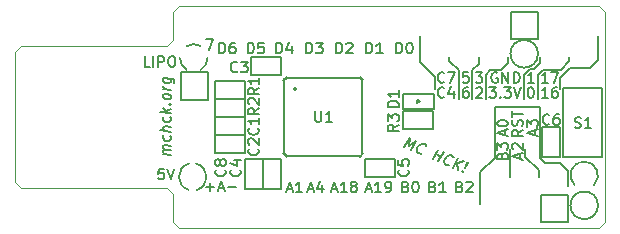
<source format=gto>
G04 (created by PCBNEW (2013-07-14 BZR 4242)-stable) date Sun 28 Jul 2013 02:20:03 PM CEST*
%MOIN*%
G04 Gerber Fmt 3.4, Leading zero omitted, Abs format*
%FSLAX34Y34*%
G01*
G70*
G90*
G04 APERTURE LIST*
%ADD10C,0.005906*%
%ADD11C,0.005900*%
%ADD12C,0.003900*%
%ADD13C,0.003921*%
%ADD14C,0.008000*%
%ADD15C,0.007800*%
%ADD16C,0.081800*%
%ADD17C,0.134200*%
%ADD18R,0.303000X0.066800*%
%ADD19R,0.263700X0.047100*%
%ADD20R,0.032800X0.052800*%
%ADD21R,0.052800X0.032800*%
%ADD22R,0.039200X0.039200*%
%ADD23R,0.066800X0.017600*%
%ADD24R,0.017600X0.066800*%
%ADD25R,0.051107X0.070792*%
G04 APERTURE END LIST*
G54D10*
G54D11*
X27520Y-19660D02*
X27520Y-21380D01*
X26020Y-19660D02*
X27520Y-19660D01*
X26020Y-21360D02*
X26020Y-19660D01*
G54D12*
X15300Y-17430D02*
X15300Y-16500D01*
X15300Y-22574D02*
X15300Y-23500D01*
X29500Y-23700D02*
X15500Y-23700D01*
X29700Y-16500D02*
X29700Y-23500D01*
X15500Y-16300D02*
X29500Y-16300D01*
X10239Y-17630D02*
X15100Y-17630D01*
X10239Y-22374D02*
X15100Y-22374D01*
X10039Y-17830D02*
X10039Y-22174D01*
G54D13*
X10239Y-22374D02*
X10039Y-22174D01*
X15300Y-22574D02*
X15100Y-22374D01*
X15500Y-23700D02*
X15300Y-23500D01*
X29700Y-23500D02*
X29500Y-23700D01*
X29500Y-16300D02*
X29700Y-16500D01*
X15300Y-16500D02*
X15500Y-16300D01*
X15100Y-17630D02*
X15300Y-17430D01*
G54D12*
X10239Y-17630D02*
X10039Y-17830D01*
G54D11*
X27520Y-21380D02*
X27680Y-21540D01*
X27450Y-18600D02*
X27450Y-19400D01*
X27625Y-18425D02*
X27450Y-18600D01*
X28225Y-18425D02*
X27625Y-18425D01*
X28500Y-18150D02*
X28225Y-18425D01*
X28500Y-18000D02*
X28500Y-18150D01*
X27000Y-18600D02*
X27000Y-19400D01*
X27525Y-18200D02*
X27525Y-18000D01*
X27325Y-18400D02*
X27525Y-18200D01*
X27200Y-18400D02*
X27325Y-18400D01*
X27000Y-18600D02*
X27200Y-18400D01*
X27000Y-18600D02*
X27175Y-18425D01*
X25725Y-18600D02*
X25725Y-19400D01*
X25875Y-18450D02*
X25725Y-18600D01*
X26225Y-18450D02*
X25875Y-18450D01*
X26475Y-18200D02*
X26225Y-18450D01*
X26475Y-18000D02*
X26475Y-18200D01*
X25500Y-18225D02*
X25500Y-18000D01*
X25275Y-18450D02*
X25500Y-18225D01*
X24500Y-18125D02*
X24500Y-18000D01*
X24825Y-18450D02*
X24500Y-18125D01*
X26540Y-21080D02*
X26540Y-22000D01*
X27040Y-21340D02*
X27040Y-21080D01*
X27480Y-21780D02*
X27480Y-22000D01*
X27040Y-21340D02*
X27480Y-21780D01*
X16394Y-22350D02*
X16664Y-22350D01*
X16529Y-22485D02*
X16529Y-22215D01*
X16815Y-22384D02*
X16984Y-22384D01*
X16782Y-22485D02*
X16900Y-22131D01*
X17018Y-22485D01*
X17136Y-22350D02*
X17405Y-22350D01*
X25540Y-21840D02*
X25540Y-22900D01*
X26020Y-21360D02*
X25540Y-21840D01*
X28460Y-21820D02*
X28460Y-22320D01*
X28180Y-21540D02*
X28460Y-21820D01*
X27680Y-21540D02*
X28180Y-21540D01*
X29460Y-18100D02*
X29460Y-17320D01*
X29180Y-18380D02*
X29460Y-18100D01*
X28520Y-18380D02*
X29180Y-18380D01*
X28200Y-18700D02*
X28520Y-18380D01*
X28200Y-19080D02*
X28200Y-18700D01*
X23540Y-18180D02*
X23540Y-17320D01*
X24040Y-18680D02*
X23540Y-18180D01*
X24040Y-19080D02*
X24040Y-18680D01*
X24825Y-18450D02*
X24825Y-19400D01*
X25275Y-18450D02*
X25275Y-19400D01*
X27326Y-18860D02*
X27123Y-18860D01*
X27225Y-18860D02*
X27225Y-18506D01*
X27191Y-18556D01*
X27157Y-18590D01*
X27123Y-18607D01*
X27782Y-18860D02*
X27580Y-18860D01*
X27681Y-18860D02*
X27681Y-18506D01*
X27647Y-18556D01*
X27614Y-18590D01*
X27580Y-18607D01*
X27900Y-18506D02*
X28136Y-18506D01*
X27984Y-18860D01*
X27460Y-17900D02*
G75*
G03X27460Y-17900I-460J0D01*
G74*
G01*
X25398Y-19039D02*
X25415Y-19023D01*
X25449Y-19006D01*
X25533Y-19006D01*
X25567Y-19023D01*
X25584Y-19039D01*
X25601Y-19073D01*
X25601Y-19107D01*
X25584Y-19157D01*
X25382Y-19360D01*
X25601Y-19360D01*
X25382Y-18506D02*
X25601Y-18506D01*
X25483Y-18641D01*
X25533Y-18641D01*
X25567Y-18657D01*
X25584Y-18674D01*
X25601Y-18708D01*
X25601Y-18792D01*
X25584Y-18826D01*
X25567Y-18843D01*
X25533Y-18860D01*
X25432Y-18860D01*
X25398Y-18843D01*
X25382Y-18826D01*
X25827Y-19006D02*
X26046Y-19006D01*
X25928Y-19141D01*
X25979Y-19141D01*
X26012Y-19157D01*
X26029Y-19174D01*
X26046Y-19208D01*
X26046Y-19292D01*
X26029Y-19326D01*
X26012Y-19343D01*
X25979Y-19360D01*
X25878Y-19360D01*
X25844Y-19343D01*
X25827Y-19326D01*
X26198Y-19326D02*
X26215Y-19343D01*
X26198Y-19360D01*
X26181Y-19343D01*
X26198Y-19326D01*
X26198Y-19360D01*
X26333Y-19006D02*
X26552Y-19006D01*
X26434Y-19141D01*
X26484Y-19141D01*
X26518Y-19157D01*
X26535Y-19174D01*
X26552Y-19208D01*
X26552Y-19292D01*
X26535Y-19326D01*
X26518Y-19343D01*
X26484Y-19360D01*
X26383Y-19360D01*
X26350Y-19343D01*
X26333Y-19326D01*
X26653Y-19006D02*
X26771Y-19360D01*
X26889Y-19006D01*
X26105Y-18523D02*
X26071Y-18506D01*
X26021Y-18506D01*
X25970Y-18523D01*
X25936Y-18556D01*
X25919Y-18590D01*
X25903Y-18657D01*
X25903Y-18708D01*
X25919Y-18775D01*
X25936Y-18809D01*
X25970Y-18843D01*
X26021Y-18860D01*
X26054Y-18860D01*
X26105Y-18843D01*
X26122Y-18826D01*
X26122Y-18708D01*
X26054Y-18708D01*
X26273Y-18860D02*
X26273Y-18506D01*
X26476Y-18860D01*
X26476Y-18506D01*
X26644Y-18860D02*
X26644Y-18506D01*
X26729Y-18506D01*
X26779Y-18523D01*
X26813Y-18556D01*
X26830Y-18590D01*
X26847Y-18657D01*
X26847Y-18708D01*
X26830Y-18775D01*
X26813Y-18809D01*
X26779Y-18843D01*
X26729Y-18860D01*
X26644Y-18860D01*
X26859Y-21392D02*
X26859Y-21224D01*
X26960Y-21426D02*
X26606Y-21308D01*
X26960Y-21190D01*
X26639Y-21089D02*
X26623Y-21072D01*
X26606Y-21038D01*
X26606Y-20954D01*
X26623Y-20920D01*
X26639Y-20903D01*
X26673Y-20886D01*
X26707Y-20886D01*
X26757Y-20903D01*
X26960Y-21106D01*
X26960Y-20886D01*
X27359Y-20612D02*
X27359Y-20444D01*
X27460Y-20646D02*
X27106Y-20528D01*
X27460Y-20410D01*
X27106Y-20326D02*
X27106Y-20106D01*
X27241Y-20224D01*
X27241Y-20174D01*
X27257Y-20140D01*
X27274Y-20123D01*
X27308Y-20106D01*
X27392Y-20106D01*
X27426Y-20123D01*
X27443Y-20140D01*
X27460Y-20174D01*
X27460Y-20275D01*
X27443Y-20309D01*
X27426Y-20326D01*
X26359Y-20612D02*
X26359Y-20444D01*
X26460Y-20646D02*
X26106Y-20528D01*
X26460Y-20410D01*
X26106Y-20224D02*
X26106Y-20191D01*
X26123Y-20157D01*
X26139Y-20140D01*
X26173Y-20123D01*
X26241Y-20106D01*
X26325Y-20106D01*
X26392Y-20123D01*
X26426Y-20140D01*
X26443Y-20157D01*
X26460Y-20191D01*
X26460Y-20224D01*
X26443Y-20258D01*
X26426Y-20275D01*
X26392Y-20292D01*
X26325Y-20309D01*
X26241Y-20309D01*
X26173Y-20292D01*
X26139Y-20275D01*
X26123Y-20258D01*
X26106Y-20224D01*
X26960Y-20433D02*
X26791Y-20551D01*
X26960Y-20635D02*
X26606Y-20635D01*
X26606Y-20500D01*
X26623Y-20467D01*
X26639Y-20450D01*
X26673Y-20433D01*
X26724Y-20433D01*
X26757Y-20450D01*
X26774Y-20467D01*
X26791Y-20500D01*
X26791Y-20635D01*
X26943Y-20298D02*
X26960Y-20248D01*
X26960Y-20163D01*
X26943Y-20130D01*
X26926Y-20113D01*
X26892Y-20096D01*
X26859Y-20096D01*
X26825Y-20113D01*
X26808Y-20130D01*
X26791Y-20163D01*
X26774Y-20231D01*
X26757Y-20264D01*
X26741Y-20281D01*
X26707Y-20298D01*
X26673Y-20298D01*
X26639Y-20281D01*
X26623Y-20264D01*
X26606Y-20231D01*
X26606Y-20146D01*
X26623Y-20096D01*
X26606Y-19995D02*
X26606Y-19792D01*
X26960Y-19894D02*
X26606Y-19894D01*
X27208Y-19006D02*
X27241Y-19006D01*
X27275Y-19023D01*
X27292Y-19039D01*
X27309Y-19073D01*
X27326Y-19141D01*
X27326Y-19225D01*
X27309Y-19292D01*
X27292Y-19326D01*
X27275Y-19343D01*
X27241Y-19360D01*
X27208Y-19360D01*
X27174Y-19343D01*
X27157Y-19326D01*
X27140Y-19292D01*
X27123Y-19225D01*
X27123Y-19141D01*
X27140Y-19073D01*
X27157Y-19039D01*
X27174Y-19023D01*
X27208Y-19006D01*
X14982Y-21731D02*
X14814Y-21731D01*
X14797Y-21899D01*
X14814Y-21882D01*
X14847Y-21866D01*
X14932Y-21866D01*
X14965Y-21882D01*
X14982Y-21899D01*
X14999Y-21933D01*
X14999Y-22017D01*
X14982Y-22051D01*
X14965Y-22068D01*
X14932Y-22085D01*
X14847Y-22085D01*
X14814Y-22068D01*
X14797Y-22051D01*
X15100Y-21731D02*
X15218Y-22085D01*
X15336Y-21731D01*
X14512Y-18335D02*
X14344Y-18335D01*
X14344Y-17981D01*
X14630Y-18335D02*
X14630Y-17981D01*
X14799Y-18335D02*
X14799Y-17981D01*
X14934Y-17981D01*
X14968Y-17998D01*
X14984Y-18014D01*
X15001Y-18048D01*
X15001Y-18099D01*
X14984Y-18132D01*
X14968Y-18149D01*
X14934Y-18166D01*
X14799Y-18166D01*
X15220Y-17981D02*
X15288Y-17981D01*
X15322Y-17998D01*
X15355Y-18031D01*
X15372Y-18099D01*
X15372Y-18217D01*
X15355Y-18284D01*
X15322Y-18318D01*
X15288Y-18335D01*
X15220Y-18335D01*
X15187Y-18318D01*
X15153Y-18284D01*
X15136Y-18217D01*
X15136Y-18099D01*
X15153Y-18031D01*
X15187Y-17998D01*
X15220Y-17981D01*
X27782Y-19360D02*
X27580Y-19360D01*
X27681Y-19360D02*
X27681Y-19006D01*
X27647Y-19056D01*
X27614Y-19090D01*
X27580Y-19107D01*
X28086Y-19006D02*
X28018Y-19006D01*
X27984Y-19023D01*
X27968Y-19039D01*
X27934Y-19090D01*
X27917Y-19157D01*
X27917Y-19292D01*
X27934Y-19326D01*
X27951Y-19343D01*
X27984Y-19360D01*
X28052Y-19360D01*
X28086Y-19343D01*
X28102Y-19326D01*
X28119Y-19292D01*
X28119Y-19208D01*
X28102Y-19174D01*
X28086Y-19157D01*
X28052Y-19141D01*
X27984Y-19141D01*
X27951Y-19157D01*
X27934Y-19174D01*
X27917Y-19208D01*
X26274Y-21297D02*
X26291Y-21247D01*
X26308Y-21230D01*
X26342Y-21213D01*
X26392Y-21213D01*
X26426Y-21230D01*
X26443Y-21247D01*
X26460Y-21280D01*
X26460Y-21415D01*
X26106Y-21415D01*
X26106Y-21297D01*
X26123Y-21264D01*
X26139Y-21247D01*
X26173Y-21230D01*
X26207Y-21230D01*
X26241Y-21247D01*
X26257Y-21264D01*
X26274Y-21297D01*
X26274Y-21415D01*
X26106Y-21095D02*
X26106Y-20876D01*
X26241Y-20994D01*
X26241Y-20943D01*
X26257Y-20910D01*
X26274Y-20893D01*
X26308Y-20876D01*
X26392Y-20876D01*
X26426Y-20893D01*
X26443Y-20910D01*
X26460Y-20943D01*
X26460Y-21044D01*
X26443Y-21078D01*
X26426Y-21095D01*
X24856Y-22324D02*
X24907Y-22341D01*
X24924Y-22358D01*
X24941Y-22392D01*
X24941Y-22442D01*
X24924Y-22476D01*
X24907Y-22493D01*
X24873Y-22510D01*
X24738Y-22510D01*
X24738Y-22156D01*
X24856Y-22156D01*
X24890Y-22173D01*
X24907Y-22189D01*
X24924Y-22223D01*
X24924Y-22257D01*
X24907Y-22291D01*
X24890Y-22307D01*
X24856Y-22324D01*
X24738Y-22324D01*
X25075Y-22189D02*
X25092Y-22173D01*
X25126Y-22156D01*
X25210Y-22156D01*
X25244Y-22173D01*
X25261Y-22189D01*
X25278Y-22223D01*
X25278Y-22257D01*
X25261Y-22307D01*
X25059Y-22510D01*
X25278Y-22510D01*
X23956Y-22324D02*
X24007Y-22341D01*
X24024Y-22358D01*
X24041Y-22392D01*
X24041Y-22442D01*
X24024Y-22476D01*
X24007Y-22493D01*
X23973Y-22510D01*
X23838Y-22510D01*
X23838Y-22156D01*
X23956Y-22156D01*
X23990Y-22173D01*
X24007Y-22189D01*
X24024Y-22223D01*
X24024Y-22257D01*
X24007Y-22291D01*
X23990Y-22307D01*
X23956Y-22324D01*
X23838Y-22324D01*
X24378Y-22510D02*
X24175Y-22510D01*
X24277Y-22510D02*
X24277Y-22156D01*
X24243Y-22206D01*
X24209Y-22240D01*
X24175Y-22257D01*
X23056Y-22324D02*
X23107Y-22341D01*
X23124Y-22358D01*
X23141Y-22392D01*
X23141Y-22442D01*
X23124Y-22476D01*
X23107Y-22493D01*
X23073Y-22510D01*
X22938Y-22510D01*
X22938Y-22156D01*
X23056Y-22156D01*
X23090Y-22173D01*
X23107Y-22189D01*
X23124Y-22223D01*
X23124Y-22257D01*
X23107Y-22291D01*
X23090Y-22307D01*
X23056Y-22324D01*
X22938Y-22324D01*
X23360Y-22156D02*
X23393Y-22156D01*
X23427Y-22173D01*
X23444Y-22189D01*
X23461Y-22223D01*
X23478Y-22291D01*
X23478Y-22375D01*
X23461Y-22442D01*
X23444Y-22476D01*
X23427Y-22493D01*
X23393Y-22510D01*
X23360Y-22510D01*
X23326Y-22493D01*
X23309Y-22476D01*
X23292Y-22442D01*
X23275Y-22375D01*
X23275Y-22291D01*
X23292Y-22223D01*
X23309Y-22189D01*
X23326Y-22173D01*
X23360Y-22156D01*
X21728Y-22409D02*
X21897Y-22409D01*
X21694Y-22510D02*
X21812Y-22156D01*
X21930Y-22510D01*
X22234Y-22510D02*
X22032Y-22510D01*
X22133Y-22510D02*
X22133Y-22156D01*
X22099Y-22206D01*
X22065Y-22240D01*
X22032Y-22257D01*
X22402Y-22510D02*
X22470Y-22510D01*
X22504Y-22493D01*
X22520Y-22476D01*
X22554Y-22425D01*
X22571Y-22358D01*
X22571Y-22223D01*
X22554Y-22189D01*
X22537Y-22173D01*
X22504Y-22156D01*
X22436Y-22156D01*
X22402Y-22173D01*
X22386Y-22189D01*
X22369Y-22223D01*
X22369Y-22307D01*
X22386Y-22341D01*
X22402Y-22358D01*
X22436Y-22375D01*
X22504Y-22375D01*
X22537Y-22358D01*
X22554Y-22341D01*
X22571Y-22307D01*
X20578Y-22409D02*
X20747Y-22409D01*
X20544Y-22510D02*
X20662Y-22156D01*
X20780Y-22510D01*
X21084Y-22510D02*
X20882Y-22510D01*
X20983Y-22510D02*
X20983Y-22156D01*
X20949Y-22206D01*
X20915Y-22240D01*
X20882Y-22257D01*
X21286Y-22307D02*
X21252Y-22291D01*
X21236Y-22274D01*
X21219Y-22240D01*
X21219Y-22223D01*
X21236Y-22189D01*
X21252Y-22173D01*
X21286Y-22156D01*
X21354Y-22156D01*
X21387Y-22173D01*
X21404Y-22189D01*
X21421Y-22223D01*
X21421Y-22240D01*
X21404Y-22274D01*
X21387Y-22291D01*
X21354Y-22307D01*
X21286Y-22307D01*
X21252Y-22324D01*
X21236Y-22341D01*
X21219Y-22375D01*
X21219Y-22442D01*
X21236Y-22476D01*
X21252Y-22493D01*
X21286Y-22510D01*
X21354Y-22510D01*
X21387Y-22493D01*
X21404Y-22476D01*
X21421Y-22442D01*
X21421Y-22375D01*
X21404Y-22341D01*
X21387Y-22324D01*
X21354Y-22307D01*
X19797Y-22409D02*
X19965Y-22409D01*
X19763Y-22510D02*
X19881Y-22156D01*
X19999Y-22510D01*
X20269Y-22274D02*
X20269Y-22510D01*
X20184Y-22139D02*
X20100Y-22392D01*
X20319Y-22392D01*
X19097Y-22409D02*
X19265Y-22409D01*
X19063Y-22510D02*
X19181Y-22156D01*
X19299Y-22510D01*
X19602Y-22510D02*
X19400Y-22510D01*
X19501Y-22510D02*
X19501Y-22156D01*
X19468Y-22206D01*
X19434Y-22240D01*
X19400Y-22257D01*
X24341Y-19326D02*
X24324Y-19343D01*
X24273Y-19360D01*
X24239Y-19360D01*
X24189Y-19343D01*
X24155Y-19309D01*
X24138Y-19275D01*
X24121Y-19208D01*
X24121Y-19157D01*
X24138Y-19090D01*
X24155Y-19056D01*
X24189Y-19023D01*
X24239Y-19006D01*
X24273Y-19006D01*
X24324Y-19023D01*
X24341Y-19039D01*
X24644Y-19124D02*
X24644Y-19360D01*
X24560Y-18989D02*
X24475Y-19242D01*
X24695Y-19242D01*
X25134Y-18506D02*
X24965Y-18506D01*
X24948Y-18674D01*
X24965Y-18657D01*
X24999Y-18641D01*
X25083Y-18641D01*
X25117Y-18657D01*
X25134Y-18674D01*
X25151Y-18708D01*
X25151Y-18792D01*
X25134Y-18826D01*
X25117Y-18843D01*
X25083Y-18860D01*
X24999Y-18860D01*
X24965Y-18843D01*
X24948Y-18826D01*
X25117Y-19006D02*
X25050Y-19006D01*
X25016Y-19023D01*
X24999Y-19039D01*
X24965Y-19090D01*
X24948Y-19157D01*
X24948Y-19292D01*
X24965Y-19326D01*
X24982Y-19343D01*
X25016Y-19360D01*
X25083Y-19360D01*
X25117Y-19343D01*
X25134Y-19326D01*
X25151Y-19292D01*
X25151Y-19208D01*
X25134Y-19174D01*
X25117Y-19157D01*
X25083Y-19141D01*
X25016Y-19141D01*
X24982Y-19157D01*
X24965Y-19174D01*
X24948Y-19208D01*
X24341Y-18826D02*
X24324Y-18843D01*
X24273Y-18860D01*
X24239Y-18860D01*
X24189Y-18843D01*
X24155Y-18809D01*
X24138Y-18775D01*
X24121Y-18708D01*
X24121Y-18657D01*
X24138Y-18590D01*
X24155Y-18556D01*
X24189Y-18523D01*
X24239Y-18506D01*
X24273Y-18506D01*
X24324Y-18523D01*
X24341Y-18539D01*
X24459Y-18506D02*
X24695Y-18506D01*
X24543Y-18860D01*
X22738Y-17885D02*
X22738Y-17531D01*
X22823Y-17531D01*
X22873Y-17548D01*
X22907Y-17581D01*
X22924Y-17615D01*
X22941Y-17682D01*
X22941Y-17733D01*
X22924Y-17800D01*
X22907Y-17834D01*
X22873Y-17868D01*
X22823Y-17885D01*
X22738Y-17885D01*
X23160Y-17531D02*
X23193Y-17531D01*
X23227Y-17548D01*
X23244Y-17564D01*
X23261Y-17598D01*
X23278Y-17666D01*
X23278Y-17750D01*
X23261Y-17817D01*
X23244Y-17851D01*
X23227Y-17868D01*
X23193Y-17885D01*
X23160Y-17885D01*
X23126Y-17868D01*
X23109Y-17851D01*
X23092Y-17817D01*
X23075Y-17750D01*
X23075Y-17666D01*
X23092Y-17598D01*
X23109Y-17564D01*
X23126Y-17548D01*
X23160Y-17531D01*
X21738Y-17885D02*
X21738Y-17531D01*
X21823Y-17531D01*
X21873Y-17548D01*
X21907Y-17581D01*
X21924Y-17615D01*
X21941Y-17682D01*
X21941Y-17733D01*
X21924Y-17800D01*
X21907Y-17834D01*
X21873Y-17868D01*
X21823Y-17885D01*
X21738Y-17885D01*
X22278Y-17885D02*
X22075Y-17885D01*
X22177Y-17885D02*
X22177Y-17531D01*
X22143Y-17581D01*
X22109Y-17615D01*
X22075Y-17632D01*
X20738Y-17885D02*
X20738Y-17531D01*
X20823Y-17531D01*
X20873Y-17548D01*
X20907Y-17581D01*
X20924Y-17615D01*
X20941Y-17682D01*
X20941Y-17733D01*
X20924Y-17800D01*
X20907Y-17834D01*
X20873Y-17868D01*
X20823Y-17885D01*
X20738Y-17885D01*
X21075Y-17564D02*
X21092Y-17548D01*
X21126Y-17531D01*
X21210Y-17531D01*
X21244Y-17548D01*
X21261Y-17564D01*
X21278Y-17598D01*
X21278Y-17632D01*
X21261Y-17682D01*
X21059Y-17885D01*
X21278Y-17885D01*
X19738Y-17885D02*
X19738Y-17531D01*
X19823Y-17531D01*
X19873Y-17548D01*
X19907Y-17581D01*
X19924Y-17615D01*
X19941Y-17682D01*
X19941Y-17733D01*
X19924Y-17800D01*
X19907Y-17834D01*
X19873Y-17868D01*
X19823Y-17885D01*
X19738Y-17885D01*
X20059Y-17531D02*
X20278Y-17531D01*
X20160Y-17666D01*
X20210Y-17666D01*
X20244Y-17682D01*
X20261Y-17699D01*
X20278Y-17733D01*
X20278Y-17817D01*
X20261Y-17851D01*
X20244Y-17868D01*
X20210Y-17885D01*
X20109Y-17885D01*
X20075Y-17868D01*
X20059Y-17851D01*
X18738Y-17885D02*
X18738Y-17531D01*
X18823Y-17531D01*
X18873Y-17548D01*
X18907Y-17581D01*
X18924Y-17615D01*
X18941Y-17682D01*
X18941Y-17733D01*
X18924Y-17800D01*
X18907Y-17834D01*
X18873Y-17868D01*
X18823Y-17885D01*
X18738Y-17885D01*
X19244Y-17649D02*
X19244Y-17885D01*
X19160Y-17514D02*
X19075Y-17767D01*
X19295Y-17767D01*
X17788Y-17885D02*
X17788Y-17531D01*
X17873Y-17531D01*
X17923Y-17548D01*
X17957Y-17581D01*
X17974Y-17615D01*
X17991Y-17682D01*
X17991Y-17733D01*
X17974Y-17800D01*
X17957Y-17834D01*
X17923Y-17868D01*
X17873Y-17885D01*
X17788Y-17885D01*
X18311Y-17531D02*
X18142Y-17531D01*
X18125Y-17699D01*
X18142Y-17682D01*
X18176Y-17666D01*
X18260Y-17666D01*
X18294Y-17682D01*
X18311Y-17699D01*
X18328Y-17733D01*
X18328Y-17817D01*
X18311Y-17851D01*
X18294Y-17868D01*
X18260Y-17885D01*
X18176Y-17885D01*
X18142Y-17868D01*
X18125Y-17851D01*
X16838Y-17885D02*
X16838Y-17531D01*
X16923Y-17531D01*
X16973Y-17548D01*
X17007Y-17581D01*
X17024Y-17615D01*
X17041Y-17682D01*
X17041Y-17733D01*
X17024Y-17800D01*
X17007Y-17834D01*
X16973Y-17868D01*
X16923Y-17885D01*
X16838Y-17885D01*
X17344Y-17531D02*
X17277Y-17531D01*
X17243Y-17548D01*
X17226Y-17564D01*
X17192Y-17615D01*
X17175Y-17682D01*
X17175Y-17817D01*
X17192Y-17851D01*
X17209Y-17868D01*
X17243Y-17885D01*
X17310Y-17885D01*
X17344Y-17868D01*
X17361Y-17851D01*
X17378Y-17817D01*
X17378Y-17733D01*
X17361Y-17699D01*
X17344Y-17682D01*
X17310Y-17666D01*
X17243Y-17666D01*
X17209Y-17682D01*
X17192Y-17699D01*
X17175Y-17733D01*
X16407Y-17406D02*
X16643Y-17406D01*
X16491Y-17760D01*
X15750Y-17640D02*
G75*
G02X16212Y-17640I231J-399D01*
G74*
G01*
X15752Y-18438D02*
G75*
G02X15522Y-18040I230J398D01*
G74*
G01*
X16443Y-18040D02*
G75*
G02X16212Y-18440I-461J0D01*
G74*
G01*
X16068Y-22441D02*
G75*
G03X16068Y-21558I-118J441D01*
G74*
G01*
X15829Y-21558D02*
G75*
G03X15826Y-22440I116J-441D01*
G74*
G01*
X15550Y-19425D02*
X16475Y-19425D01*
X15550Y-18500D02*
X15550Y-19425D01*
X16475Y-18500D02*
X15550Y-18500D01*
X16475Y-19425D02*
X16475Y-18500D01*
X29460Y-22950D02*
G75*
G03X29460Y-22950I-460J0D01*
G74*
G01*
X27550Y-22600D02*
X28450Y-22600D01*
X27550Y-23500D02*
X27550Y-22600D01*
X28450Y-23500D02*
X27550Y-23500D01*
X28450Y-22600D02*
X28450Y-23500D01*
X27450Y-17400D02*
X27450Y-16500D01*
X26550Y-17400D02*
X27450Y-17400D01*
X26550Y-16500D02*
X26550Y-17400D01*
X27450Y-16500D02*
X26550Y-16500D01*
X29325Y-22275D02*
G75*
G03X28675Y-22275I-325J325D01*
G74*
G01*
X23009Y-21007D02*
X23188Y-20699D01*
X23168Y-20965D01*
X23405Y-20791D01*
X23226Y-21100D01*
X23584Y-21215D02*
X23560Y-21223D01*
X23505Y-21218D01*
X23474Y-21205D01*
X23436Y-21171D01*
X23422Y-21128D01*
X23424Y-21092D01*
X23442Y-21027D01*
X23468Y-20983D01*
X23518Y-20930D01*
X23550Y-20908D01*
X23598Y-20891D01*
X23653Y-20896D01*
X23684Y-20910D01*
X23722Y-20944D01*
X23729Y-20965D01*
X23955Y-21409D02*
X24134Y-21101D01*
X24049Y-21248D02*
X24235Y-21327D01*
X24141Y-21488D02*
X24320Y-21180D01*
X24500Y-21604D02*
X24476Y-21612D01*
X24421Y-21607D01*
X24390Y-21594D01*
X24352Y-21559D01*
X24338Y-21517D01*
X24339Y-21481D01*
X24358Y-21415D01*
X24383Y-21371D01*
X24433Y-21319D01*
X24466Y-21296D01*
X24514Y-21280D01*
X24569Y-21285D01*
X24600Y-21298D01*
X24638Y-21333D01*
X24645Y-21354D01*
X24622Y-21692D02*
X24802Y-21384D01*
X24809Y-21771D02*
X24771Y-21536D01*
X24988Y-21463D02*
X24699Y-21560D01*
X24965Y-21801D02*
X24972Y-21823D01*
X24948Y-21831D01*
X24941Y-21809D01*
X24965Y-21801D01*
X24948Y-21831D01*
X25017Y-21713D02*
X25103Y-21530D01*
X25127Y-21522D01*
X25134Y-21543D01*
X25017Y-21713D01*
X25127Y-21522D01*
X15210Y-21267D02*
X14974Y-21238D01*
X15007Y-21242D02*
X14991Y-21223D01*
X14974Y-21187D01*
X14974Y-21137D01*
X14991Y-21105D01*
X15024Y-21092D01*
X15210Y-21116D01*
X15024Y-21092D02*
X14991Y-21071D01*
X14974Y-21035D01*
X14974Y-20985D01*
X14991Y-20953D01*
X15024Y-20941D01*
X15210Y-20964D01*
X15193Y-20641D02*
X15210Y-20677D01*
X15210Y-20745D01*
X15193Y-20776D01*
X15176Y-20791D01*
X15142Y-20804D01*
X15041Y-20791D01*
X15007Y-20770D01*
X14991Y-20751D01*
X14974Y-20715D01*
X14974Y-20648D01*
X14991Y-20616D01*
X15210Y-20492D02*
X14856Y-20448D01*
X15210Y-20340D02*
X15024Y-20317D01*
X14991Y-20330D01*
X14974Y-20361D01*
X14974Y-20412D01*
X14991Y-20448D01*
X15007Y-20467D01*
X15193Y-20018D02*
X15210Y-20054D01*
X15210Y-20121D01*
X15193Y-20153D01*
X15176Y-20167D01*
X15142Y-20180D01*
X15041Y-20167D01*
X15007Y-20146D01*
X14991Y-20127D01*
X14974Y-20091D01*
X14974Y-20024D01*
X14991Y-19992D01*
X15210Y-19868D02*
X14856Y-19824D01*
X15075Y-19818D02*
X15210Y-19733D01*
X14974Y-19704D02*
X15109Y-19855D01*
X15176Y-19577D02*
X15193Y-19563D01*
X15210Y-19582D01*
X15193Y-19596D01*
X15176Y-19577D01*
X15210Y-19582D01*
X15210Y-19362D02*
X15193Y-19394D01*
X15176Y-19409D01*
X15142Y-19421D01*
X15041Y-19409D01*
X15007Y-19388D01*
X14991Y-19369D01*
X14974Y-19333D01*
X14974Y-19282D01*
X14991Y-19251D01*
X15007Y-19236D01*
X15041Y-19223D01*
X15142Y-19236D01*
X15176Y-19257D01*
X15193Y-19276D01*
X15210Y-19312D01*
X15210Y-19362D01*
X15210Y-19093D02*
X14974Y-19063D01*
X15041Y-19072D02*
X15007Y-19051D01*
X14991Y-19032D01*
X14974Y-18996D01*
X14974Y-18962D01*
X14974Y-18692D02*
X15260Y-18728D01*
X15294Y-18749D01*
X15311Y-18768D01*
X15328Y-18804D01*
X15328Y-18855D01*
X15311Y-18886D01*
X15193Y-18720D02*
X15210Y-18756D01*
X15210Y-18823D01*
X15193Y-18855D01*
X15176Y-18869D01*
X15142Y-18882D01*
X15041Y-18869D01*
X15007Y-18848D01*
X14991Y-18829D01*
X14974Y-18793D01*
X14974Y-18726D01*
X14991Y-18694D01*
X16700Y-18800D02*
X17700Y-18800D01*
X17700Y-18800D02*
X17700Y-19400D01*
X17700Y-19400D02*
X16700Y-19400D01*
X16700Y-19400D02*
X16700Y-18800D01*
X16700Y-19400D02*
X17700Y-19400D01*
X17700Y-19400D02*
X17700Y-20000D01*
X17700Y-20000D02*
X16700Y-20000D01*
X16700Y-20000D02*
X16700Y-19400D01*
X18900Y-18600D02*
X17900Y-18600D01*
X17900Y-18600D02*
X17900Y-18000D01*
X17900Y-18000D02*
X18900Y-18000D01*
X18900Y-18000D02*
X18900Y-18600D01*
X17700Y-20600D02*
X16700Y-20600D01*
X16700Y-20600D02*
X16700Y-20000D01*
X16700Y-20000D02*
X17700Y-20000D01*
X17700Y-20000D02*
X17700Y-20600D01*
X21700Y-21400D02*
X22700Y-21400D01*
X22700Y-21400D02*
X22700Y-22000D01*
X22700Y-22000D02*
X21700Y-22000D01*
X21700Y-22000D02*
X21700Y-21400D01*
X18900Y-21400D02*
X18900Y-22400D01*
X18900Y-22400D02*
X18300Y-22400D01*
X18300Y-22400D02*
X18300Y-21400D01*
X18300Y-21400D02*
X18900Y-21400D01*
X27600Y-21350D02*
X27600Y-20350D01*
X27600Y-20350D02*
X28200Y-20350D01*
X28200Y-20350D02*
X28200Y-21350D01*
X28200Y-21350D02*
X27600Y-21350D01*
X23944Y-20398D02*
X22944Y-20398D01*
X22944Y-20398D02*
X22944Y-19798D01*
X22944Y-19798D02*
X23944Y-19798D01*
X23944Y-19798D02*
X23944Y-20398D01*
X23414Y-19428D02*
X23534Y-19488D01*
X23534Y-19488D02*
X23414Y-19548D01*
X23414Y-19548D02*
X23414Y-19428D01*
X22949Y-19238D02*
X23999Y-19238D01*
X23999Y-19238D02*
X23999Y-19738D01*
X23999Y-19738D02*
X22949Y-19738D01*
X22949Y-19738D02*
X22949Y-19238D01*
X19080Y-21299D02*
X19001Y-21220D01*
X19001Y-21220D02*
X19001Y-18780D01*
X19001Y-18780D02*
X19080Y-18701D01*
X19080Y-18701D02*
X21520Y-18701D01*
X21520Y-18701D02*
X21599Y-18780D01*
X21520Y-21299D02*
X19080Y-21299D01*
X21599Y-18780D02*
X21599Y-21220D01*
X19080Y-21339D02*
X18961Y-21220D01*
X21639Y-21220D02*
X21520Y-21339D01*
X21520Y-18661D02*
X21639Y-18780D01*
X19080Y-18661D02*
X18961Y-18780D01*
G54D14*
X18649Y-18542D02*
G75*
G03X18649Y-18542I-41J0D01*
G74*
G01*
G54D15*
X19411Y-19075D02*
G75*
G03X19411Y-19075I-55J0D01*
G74*
G01*
G54D11*
X17700Y-21200D02*
X16700Y-21200D01*
X16700Y-21200D02*
X16700Y-20600D01*
X16700Y-20600D02*
X17700Y-20600D01*
X17700Y-20600D02*
X17700Y-21200D01*
X28300Y-21350D02*
X28300Y-19050D01*
X28300Y-19050D02*
X29600Y-19050D01*
X29600Y-19050D02*
X29600Y-21350D01*
X29600Y-21350D02*
X28300Y-21350D01*
X17700Y-22400D02*
X17700Y-21400D01*
X17700Y-21400D02*
X18300Y-21400D01*
X18300Y-21400D02*
X18300Y-22400D01*
X18300Y-22400D02*
X17700Y-22400D01*
X18160Y-19034D02*
X17991Y-19152D01*
X18160Y-19236D02*
X17806Y-19236D01*
X17806Y-19101D01*
X17823Y-19067D01*
X17839Y-19050D01*
X17873Y-19034D01*
X17924Y-19034D01*
X17957Y-19050D01*
X17974Y-19067D01*
X17991Y-19101D01*
X17991Y-19236D01*
X18160Y-18696D02*
X18160Y-18899D01*
X18160Y-18798D02*
X17806Y-18798D01*
X17856Y-18831D01*
X17890Y-18865D01*
X17907Y-18899D01*
X18160Y-19709D02*
X17991Y-19827D01*
X18160Y-19911D02*
X17806Y-19911D01*
X17806Y-19776D01*
X17823Y-19742D01*
X17839Y-19725D01*
X17873Y-19709D01*
X17924Y-19709D01*
X17957Y-19725D01*
X17974Y-19742D01*
X17991Y-19776D01*
X17991Y-19911D01*
X17839Y-19574D02*
X17823Y-19557D01*
X17806Y-19523D01*
X17806Y-19439D01*
X17823Y-19405D01*
X17839Y-19388D01*
X17873Y-19371D01*
X17907Y-19371D01*
X17957Y-19388D01*
X18160Y-19591D01*
X18160Y-19371D01*
X17441Y-18476D02*
X17424Y-18493D01*
X17373Y-18510D01*
X17339Y-18510D01*
X17289Y-18493D01*
X17255Y-18459D01*
X17238Y-18425D01*
X17221Y-18358D01*
X17221Y-18307D01*
X17238Y-18240D01*
X17255Y-18206D01*
X17289Y-18173D01*
X17339Y-18156D01*
X17373Y-18156D01*
X17424Y-18173D01*
X17441Y-18189D01*
X17559Y-18156D02*
X17778Y-18156D01*
X17660Y-18291D01*
X17710Y-18291D01*
X17744Y-18307D01*
X17761Y-18324D01*
X17778Y-18358D01*
X17778Y-18442D01*
X17761Y-18476D01*
X17744Y-18493D01*
X17710Y-18510D01*
X17609Y-18510D01*
X17575Y-18493D01*
X17559Y-18476D01*
X18126Y-20384D02*
X18143Y-20400D01*
X18160Y-20451D01*
X18160Y-20485D01*
X18143Y-20535D01*
X18109Y-20569D01*
X18075Y-20586D01*
X18008Y-20603D01*
X17957Y-20603D01*
X17890Y-20586D01*
X17856Y-20569D01*
X17823Y-20535D01*
X17806Y-20485D01*
X17806Y-20451D01*
X17823Y-20400D01*
X17839Y-20384D01*
X18160Y-20046D02*
X18160Y-20249D01*
X18160Y-20148D02*
X17806Y-20148D01*
X17856Y-20181D01*
X17890Y-20215D01*
X17907Y-20249D01*
X23126Y-21759D02*
X23143Y-21775D01*
X23160Y-21826D01*
X23160Y-21860D01*
X23143Y-21910D01*
X23109Y-21944D01*
X23075Y-21961D01*
X23008Y-21978D01*
X22957Y-21978D01*
X22890Y-21961D01*
X22856Y-21944D01*
X22823Y-21910D01*
X22806Y-21860D01*
X22806Y-21826D01*
X22823Y-21775D01*
X22839Y-21759D01*
X22806Y-21438D02*
X22806Y-21607D01*
X22974Y-21624D01*
X22957Y-21607D01*
X22941Y-21573D01*
X22941Y-21489D01*
X22957Y-21455D01*
X22974Y-21438D01*
X23008Y-21421D01*
X23092Y-21421D01*
X23126Y-21438D01*
X23143Y-21455D01*
X23160Y-21489D01*
X23160Y-21573D01*
X23143Y-21607D01*
X23126Y-21624D01*
X17526Y-21759D02*
X17543Y-21775D01*
X17560Y-21826D01*
X17560Y-21860D01*
X17543Y-21910D01*
X17509Y-21944D01*
X17475Y-21961D01*
X17408Y-21978D01*
X17357Y-21978D01*
X17290Y-21961D01*
X17256Y-21944D01*
X17223Y-21910D01*
X17206Y-21860D01*
X17206Y-21826D01*
X17223Y-21775D01*
X17239Y-21759D01*
X17324Y-21455D02*
X17560Y-21455D01*
X17189Y-21539D02*
X17442Y-21624D01*
X17442Y-21405D01*
X27841Y-20226D02*
X27824Y-20243D01*
X27773Y-20260D01*
X27739Y-20260D01*
X27689Y-20243D01*
X27655Y-20209D01*
X27638Y-20175D01*
X27621Y-20108D01*
X27621Y-20057D01*
X27638Y-19990D01*
X27655Y-19956D01*
X27689Y-19923D01*
X27739Y-19906D01*
X27773Y-19906D01*
X27824Y-19923D01*
X27841Y-19939D01*
X28144Y-19906D02*
X28077Y-19906D01*
X28043Y-19923D01*
X28026Y-19939D01*
X27992Y-19990D01*
X27975Y-20057D01*
X27975Y-20192D01*
X27992Y-20226D01*
X28009Y-20243D01*
X28043Y-20260D01*
X28110Y-20260D01*
X28144Y-20243D01*
X28161Y-20226D01*
X28178Y-20192D01*
X28178Y-20108D01*
X28161Y-20074D01*
X28144Y-20057D01*
X28110Y-20041D01*
X28043Y-20041D01*
X28009Y-20057D01*
X27992Y-20074D01*
X27975Y-20108D01*
X22810Y-20259D02*
X22641Y-20377D01*
X22810Y-20461D02*
X22456Y-20461D01*
X22456Y-20326D01*
X22473Y-20292D01*
X22489Y-20275D01*
X22523Y-20259D01*
X22574Y-20259D01*
X22607Y-20275D01*
X22624Y-20292D01*
X22641Y-20326D01*
X22641Y-20461D01*
X22456Y-20141D02*
X22456Y-19921D01*
X22591Y-20039D01*
X22591Y-19989D01*
X22607Y-19955D01*
X22624Y-19938D01*
X22658Y-19921D01*
X22742Y-19921D01*
X22776Y-19938D01*
X22793Y-19955D01*
X22810Y-19989D01*
X22810Y-20090D01*
X22793Y-20124D01*
X22776Y-20141D01*
X22810Y-19661D02*
X22456Y-19661D01*
X22456Y-19577D01*
X22473Y-19526D01*
X22506Y-19492D01*
X22540Y-19475D01*
X22607Y-19459D01*
X22658Y-19459D01*
X22725Y-19475D01*
X22759Y-19492D01*
X22793Y-19526D01*
X22810Y-19577D01*
X22810Y-19661D01*
X22810Y-19121D02*
X22810Y-19324D01*
X22810Y-19223D02*
X22456Y-19223D01*
X22506Y-19256D01*
X22540Y-19290D01*
X22557Y-19324D01*
X20030Y-19806D02*
X20030Y-20092D01*
X20047Y-20126D01*
X20064Y-20143D01*
X20097Y-20160D01*
X20165Y-20160D01*
X20198Y-20143D01*
X20215Y-20126D01*
X20232Y-20092D01*
X20232Y-19806D01*
X20586Y-20160D02*
X20384Y-20160D01*
X20485Y-20160D02*
X20485Y-19806D01*
X20451Y-19856D01*
X20418Y-19890D01*
X20384Y-19907D01*
X18126Y-21059D02*
X18143Y-21075D01*
X18160Y-21126D01*
X18160Y-21160D01*
X18143Y-21210D01*
X18109Y-21244D01*
X18075Y-21261D01*
X18008Y-21278D01*
X17957Y-21278D01*
X17890Y-21261D01*
X17856Y-21244D01*
X17823Y-21210D01*
X17806Y-21160D01*
X17806Y-21126D01*
X17823Y-21075D01*
X17839Y-21059D01*
X17839Y-20924D02*
X17823Y-20907D01*
X17806Y-20873D01*
X17806Y-20789D01*
X17823Y-20755D01*
X17839Y-20738D01*
X17873Y-20721D01*
X17907Y-20721D01*
X17957Y-20738D01*
X18160Y-20941D01*
X18160Y-20721D01*
X28680Y-20343D02*
X28730Y-20360D01*
X28815Y-20360D01*
X28848Y-20343D01*
X28865Y-20326D01*
X28882Y-20292D01*
X28882Y-20259D01*
X28865Y-20225D01*
X28848Y-20208D01*
X28815Y-20191D01*
X28747Y-20174D01*
X28714Y-20157D01*
X28697Y-20141D01*
X28680Y-20107D01*
X28680Y-20073D01*
X28697Y-20039D01*
X28714Y-20023D01*
X28747Y-20006D01*
X28832Y-20006D01*
X28882Y-20023D01*
X29219Y-20360D02*
X29017Y-20360D01*
X29118Y-20360D02*
X29118Y-20006D01*
X29084Y-20056D01*
X29051Y-20090D01*
X29017Y-20107D01*
X17026Y-21759D02*
X17043Y-21775D01*
X17060Y-21826D01*
X17060Y-21860D01*
X17043Y-21910D01*
X17009Y-21944D01*
X16975Y-21961D01*
X16908Y-21978D01*
X16857Y-21978D01*
X16790Y-21961D01*
X16756Y-21944D01*
X16723Y-21910D01*
X16706Y-21860D01*
X16706Y-21826D01*
X16723Y-21775D01*
X16739Y-21759D01*
X16857Y-21556D02*
X16841Y-21590D01*
X16824Y-21607D01*
X16790Y-21624D01*
X16773Y-21624D01*
X16739Y-21607D01*
X16723Y-21590D01*
X16706Y-21556D01*
X16706Y-21489D01*
X16723Y-21455D01*
X16739Y-21438D01*
X16773Y-21421D01*
X16790Y-21421D01*
X16824Y-21438D01*
X16841Y-21455D01*
X16857Y-21489D01*
X16857Y-21556D01*
X16874Y-21590D01*
X16891Y-21607D01*
X16925Y-21624D01*
X16992Y-21624D01*
X17026Y-21607D01*
X17043Y-21590D01*
X17060Y-21556D01*
X17060Y-21489D01*
X17043Y-21455D01*
X17026Y-21438D01*
X16992Y-21421D01*
X16925Y-21421D01*
X16891Y-21438D01*
X16874Y-21455D01*
X16857Y-21489D01*
%LPC*%
G54D16*
X26000Y-22050D03*
X27000Y-21950D03*
X28000Y-22050D03*
X29000Y-21950D03*
X24000Y-18000D03*
X25000Y-17900D03*
X26000Y-18000D03*
X27000Y-17900D03*
X28000Y-18000D03*
X29000Y-17900D03*
G54D17*
X25255Y-20413D03*
G54D16*
X16000Y-17050D03*
X17000Y-16950D03*
X18000Y-17050D03*
X19000Y-16950D03*
X20000Y-17050D03*
X21000Y-16950D03*
X22000Y-17050D03*
X23000Y-16950D03*
X24000Y-17050D03*
X25000Y-16950D03*
X26000Y-17050D03*
X27000Y-16950D03*
X28000Y-17050D03*
X29000Y-16950D03*
X16000Y-23050D03*
X17000Y-22950D03*
X18000Y-23050D03*
X19000Y-22950D03*
X20000Y-23050D03*
X21000Y-22950D03*
X22000Y-23050D03*
X23000Y-22950D03*
X24000Y-23050D03*
X25000Y-22950D03*
X26000Y-23050D03*
X27000Y-22950D03*
X28000Y-23050D03*
X29000Y-22950D03*
G54D18*
X11930Y-21377D03*
X11930Y-18623D03*
G54D19*
X12126Y-20393D03*
X12126Y-19607D03*
G54D20*
X16900Y-19100D03*
X17500Y-19100D03*
X16900Y-19700D03*
X17500Y-19700D03*
X18700Y-18300D03*
X18100Y-18300D03*
X17500Y-20300D03*
X16900Y-20300D03*
X21900Y-21700D03*
X22500Y-21700D03*
G54D21*
X18600Y-21600D03*
X18600Y-22200D03*
X27900Y-21150D03*
X27900Y-20550D03*
G54D20*
X23744Y-20098D03*
X23144Y-20098D03*
G54D22*
X23179Y-19488D03*
X23769Y-19488D03*
G54D23*
X18608Y-18918D03*
X18608Y-19115D03*
X18608Y-19312D03*
X18608Y-19508D03*
X18608Y-19705D03*
X18608Y-19902D03*
X18608Y-20098D03*
X18608Y-20295D03*
X18608Y-20492D03*
X18608Y-20688D03*
X18608Y-20885D03*
X18608Y-21082D03*
G54D24*
X19218Y-21692D03*
X19415Y-21692D03*
X19612Y-21692D03*
X19808Y-21692D03*
X20005Y-21692D03*
X20202Y-21692D03*
X20398Y-21692D03*
X20595Y-21692D03*
X20792Y-21692D03*
X20988Y-21692D03*
X21185Y-21692D03*
X21382Y-21692D03*
G54D23*
X21992Y-21082D03*
X21992Y-20885D03*
X21992Y-20688D03*
X21992Y-20492D03*
X21992Y-20295D03*
X21992Y-20098D03*
X21992Y-19902D03*
X21992Y-19705D03*
X21992Y-19508D03*
X21992Y-19312D03*
X21992Y-19115D03*
X21992Y-18918D03*
G54D24*
X21382Y-18308D03*
X21185Y-18308D03*
X20988Y-18308D03*
X20792Y-18308D03*
X20595Y-18308D03*
X20398Y-18308D03*
X20202Y-18308D03*
X20005Y-18308D03*
X19808Y-18308D03*
X19612Y-18308D03*
X19415Y-18308D03*
X19218Y-18308D03*
G54D16*
X15950Y-22000D03*
X16050Y-21000D03*
X15950Y-20000D03*
X16015Y-18960D03*
X15985Y-18040D03*
G54D20*
X17500Y-20900D03*
X16900Y-20900D03*
G54D25*
X28615Y-20948D03*
X29284Y-20948D03*
X28615Y-19451D03*
X29285Y-19451D03*
G54D21*
X18000Y-22200D03*
X18000Y-21600D03*
M02*

</source>
